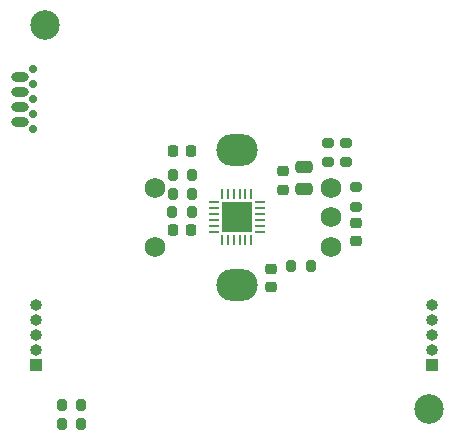
<source format=gbs>
%TF.GenerationSoftware,KiCad,Pcbnew,6.0.9-8da3e8f707~117~ubuntu22.04.1*%
%TF.CreationDate,2022-12-08T12:31:12-05:00*%
%TF.ProjectId,kicad_circular_tracks_test,6b696361-645f-4636-9972-63756c61725f,rev?*%
%TF.SameCoordinates,Original*%
%TF.FileFunction,Soldermask,Bot*%
%TF.FilePolarity,Negative*%
%FSLAX46Y46*%
G04 Gerber Fmt 4.6, Leading zero omitted, Abs format (unit mm)*
G04 Created by KiCad (PCBNEW 6.0.9-8da3e8f707~117~ubuntu22.04.1) date 2022-12-08 12:31:12*
%MOMM*%
%LPD*%
G01*
G04 APERTURE LIST*
G04 Aperture macros list*
%AMRoundRect*
0 Rectangle with rounded corners*
0 $1 Rounding radius*
0 $2 $3 $4 $5 $6 $7 $8 $9 X,Y pos of 4 corners*
0 Add a 4 corners polygon primitive as box body*
4,1,4,$2,$3,$4,$5,$6,$7,$8,$9,$2,$3,0*
0 Add four circle primitives for the rounded corners*
1,1,$1+$1,$2,$3*
1,1,$1+$1,$4,$5*
1,1,$1+$1,$6,$7*
1,1,$1+$1,$8,$9*
0 Add four rect primitives between the rounded corners*
20,1,$1+$1,$2,$3,$4,$5,0*
20,1,$1+$1,$4,$5,$6,$7,0*
20,1,$1+$1,$6,$7,$8,$9,0*
20,1,$1+$1,$8,$9,$2,$3,0*%
G04 Aperture macros list end*
%ADD10C,0.700000*%
%ADD11O,1.500000X0.800000*%
%ADD12C,2.500000*%
%ADD13C,1.750000*%
%ADD14O,3.500000X2.700000*%
%ADD15RoundRect,0.200000X-0.200000X-0.275000X0.200000X-0.275000X0.200000X0.275000X-0.200000X0.275000X0*%
%ADD16RoundRect,0.200000X0.275000X-0.200000X0.275000X0.200000X-0.275000X0.200000X-0.275000X-0.200000X0*%
%ADD17RoundRect,0.225000X-0.250000X0.225000X-0.250000X-0.225000X0.250000X-0.225000X0.250000X0.225000X0*%
%ADD18RoundRect,0.200000X-0.275000X0.200000X-0.275000X-0.200000X0.275000X-0.200000X0.275000X0.200000X0*%
%ADD19RoundRect,0.062500X0.350000X0.062500X-0.350000X0.062500X-0.350000X-0.062500X0.350000X-0.062500X0*%
%ADD20RoundRect,0.062500X0.062500X0.350000X-0.062500X0.350000X-0.062500X-0.350000X0.062500X-0.350000X0*%
%ADD21R,2.600000X2.600000*%
%ADD22RoundRect,0.225000X0.225000X0.250000X-0.225000X0.250000X-0.225000X-0.250000X0.225000X-0.250000X0*%
%ADD23O,1.000000X1.000000*%
%ADD24R,1.000000X1.000000*%
%ADD25RoundRect,0.200000X0.200000X0.275000X-0.200000X0.275000X-0.200000X-0.275000X0.200000X-0.275000X0*%
%ADD26RoundRect,0.225000X0.250000X-0.225000X0.250000X0.225000X-0.250000X0.225000X-0.250000X-0.225000X0*%
%ADD27RoundRect,0.250000X0.475000X-0.250000X0.475000X0.250000X-0.475000X0.250000X-0.475000X-0.250000X0*%
G04 APERTURE END LIST*
D10*
%TO.C,J3*%
X132786000Y-92540000D03*
X132786000Y-87460000D03*
X132786000Y-90000000D03*
X132786000Y-91270000D03*
X132786000Y-88730000D03*
D11*
X131631000Y-91905000D03*
X131631000Y-90635000D03*
X131631000Y-89365000D03*
X131631000Y-88095000D03*
%TD*%
D12*
%TO.C,H1*%
X133750000Y-83750000D03*
%TD*%
%TO.C,H2*%
X166250000Y-116250000D03*
%TD*%
D13*
%TO.C,S1*%
X143100000Y-97500000D03*
X143100000Y-102500000D03*
X158000000Y-102500000D03*
X158000000Y-100000000D03*
X158000000Y-97500000D03*
D14*
X150000000Y-94300000D03*
X150000000Y-105700000D03*
%TD*%
D15*
%TO.C,R12*%
X144600000Y-98000000D03*
X146250000Y-98000000D03*
%TD*%
D16*
%TO.C,R14*%
X159250000Y-95325000D03*
X159250000Y-93675000D03*
%TD*%
D17*
%TO.C,C4*%
X160100000Y-100500000D03*
X160100000Y-102050000D03*
%TD*%
D18*
%TO.C,R10*%
X160100000Y-97475000D03*
X160100000Y-99125000D03*
%TD*%
D19*
%TO.C,U1*%
X151937500Y-98750000D03*
X151937500Y-99250000D03*
X151937500Y-99750000D03*
X151937500Y-100250000D03*
X151937500Y-100750000D03*
X151937500Y-101250000D03*
D20*
X151250000Y-101937500D03*
X150750000Y-101937500D03*
X150250000Y-101937500D03*
X149750000Y-101937500D03*
X149250000Y-101937500D03*
X148750000Y-101937500D03*
D19*
X148062500Y-101250000D03*
X148062500Y-100750000D03*
X148062500Y-100250000D03*
X148062500Y-99750000D03*
X148062500Y-99250000D03*
X148062500Y-98750000D03*
D20*
X148750000Y-98062500D03*
X149250000Y-98062500D03*
X149750000Y-98062500D03*
X150250000Y-98062500D03*
X150750000Y-98062500D03*
X151250000Y-98062500D03*
D21*
X150000000Y-100000000D03*
%TD*%
D22*
%TO.C,C6*%
X146175000Y-94400000D03*
X144625000Y-94400000D03*
%TD*%
D15*
%TO.C,R7*%
X135175000Y-117500000D03*
X136825000Y-117500000D03*
%TD*%
D23*
%TO.C,J4*%
X133000000Y-107420000D03*
X133000000Y-108690000D03*
X133000000Y-109960000D03*
X133000000Y-111230000D03*
D24*
X133000000Y-112500000D03*
%TD*%
D17*
%TO.C,C3*%
X152908000Y-104381000D03*
X152908000Y-105931000D03*
%TD*%
D24*
%TO.C,J1*%
X166500000Y-112500000D03*
D23*
X166500000Y-111230000D03*
X166500000Y-109960000D03*
X166500000Y-108690000D03*
X166500000Y-107420000D03*
%TD*%
D15*
%TO.C,R11*%
X144550000Y-99600000D03*
X146200000Y-99600000D03*
%TD*%
%TO.C,R6*%
X144600000Y-96400000D03*
X146250000Y-96400000D03*
%TD*%
D25*
%TO.C,R9*%
X156273000Y-104140000D03*
X154623000Y-104140000D03*
%TD*%
D26*
%TO.C,C1*%
X153900000Y-97675000D03*
X153900000Y-96125000D03*
%TD*%
D18*
%TO.C,R13*%
X157750000Y-93675000D03*
X157750000Y-95325000D03*
%TD*%
D22*
%TO.C,C5*%
X146175000Y-101100000D03*
X144625000Y-101100000D03*
%TD*%
D15*
%TO.C,R8*%
X135175000Y-115900000D03*
X136825000Y-115900000D03*
%TD*%
D27*
%TO.C,C2*%
X155700000Y-97650000D03*
X155700000Y-95750000D03*
%TD*%
M02*

</source>
